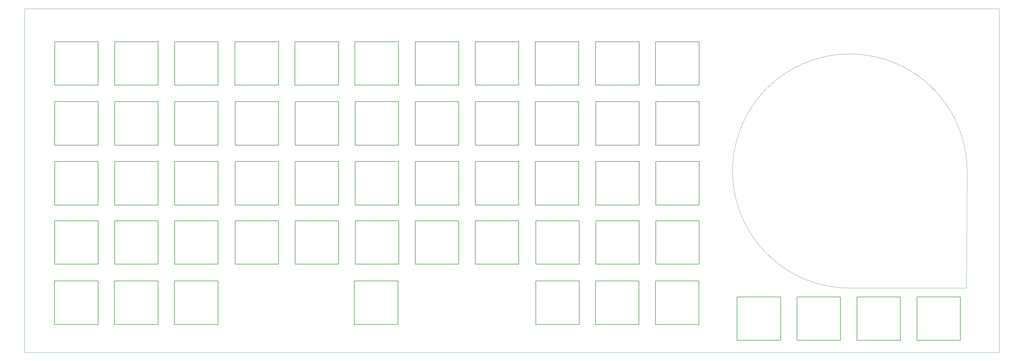
<source format=gbr>
G04 #@! TF.GenerationSoftware,KiCad,Pcbnew,(6.0.7)*
G04 #@! TF.CreationDate,2022-12-01T23:42:20-08:00*
G04 #@! TF.ProjectId,openot rev2,6f70656e-6f74-4207-9265-76322e6b6963,rev?*
G04 #@! TF.SameCoordinates,Original*
G04 #@! TF.FileFunction,Profile,NP*
%FSLAX46Y46*%
G04 Gerber Fmt 4.6, Leading zero omitted, Abs format (unit mm)*
G04 Created by KiCad (PCBNEW (6.0.7)) date 2022-12-01 23:42:20*
%MOMM*%
%LPD*%
G01*
G04 APERTURE LIST*
G04 #@! TA.AperFunction,Profile*
%ADD10C,0.050000*%
G04 #@! TD*
G04 #@! TA.AperFunction,Profile*
%ADD11C,0.100000*%
G04 #@! TD*
G04 #@! TA.AperFunction,Profile*
%ADD12C,0.150000*%
G04 #@! TD*
G04 APERTURE END LIST*
D10*
X364150000Y-167500000D02*
X326650000Y-167500000D01*
X364400000Y-129750000D02*
X364150000Y-167500000D01*
X364400000Y-129750000D02*
G75*
G03*
X326650000Y-167500000I-37750000J0D01*
G01*
D11*
X60995683Y-77385634D02*
X374787283Y-77385634D01*
X374787283Y-77385634D02*
X374787283Y-188180434D01*
X374787283Y-188180434D02*
X60995683Y-188180434D01*
X60995683Y-188180434D02*
X60995683Y-77385634D01*
D12*
X148053800Y-140693600D02*
X162053800Y-140693600D01*
X148053800Y-126693600D02*
X148053800Y-140693600D01*
X162053800Y-126693600D02*
X148053800Y-126693600D01*
X162053800Y-140693600D02*
X162053800Y-126693600D01*
X109288533Y-102022285D02*
X123288533Y-102022285D01*
X123288533Y-88022285D02*
X109288533Y-88022285D01*
X109288533Y-88022285D02*
X109288533Y-102022285D01*
X123288533Y-102022285D02*
X123288533Y-88022285D01*
X123268000Y-179200000D02*
X123268000Y-165200000D01*
X109268000Y-179200000D02*
X123268000Y-179200000D01*
X123268000Y-165200000D02*
X109268000Y-165200000D01*
X109268000Y-165200000D02*
X109268000Y-179200000D01*
X225396800Y-140693600D02*
X239396800Y-140693600D01*
X225396800Y-126693600D02*
X225396800Y-140693600D01*
X239396800Y-126693600D02*
X225396800Y-126693600D01*
X239396800Y-140693600D02*
X239396800Y-126693600D01*
X225574600Y-179200000D02*
X239574600Y-179200000D01*
X239574600Y-165200000D02*
X225574600Y-165200000D01*
X239574600Y-179200000D02*
X239574600Y-165200000D01*
X225574600Y-165200000D02*
X225574600Y-179200000D01*
X200793667Y-145756115D02*
X186793667Y-145756115D01*
X186793667Y-145756115D02*
X186793667Y-159756115D01*
X200793667Y-159756115D02*
X200793667Y-145756115D01*
X186793667Y-159756115D02*
X200793667Y-159756115D01*
X70710800Y-121389600D02*
X84710800Y-121389600D01*
X84710800Y-107389600D02*
X70710800Y-107389600D01*
X84710800Y-121389600D02*
X84710800Y-107389600D01*
X70710800Y-107389600D02*
X70710800Y-121389600D01*
X181357800Y-107389600D02*
X167357800Y-107389600D01*
X167357800Y-107389600D02*
X167357800Y-121389600D01*
X167357800Y-121389600D02*
X181357800Y-121389600D01*
X181357800Y-121389600D02*
X181357800Y-107389600D01*
X181180000Y-165200000D02*
X167180000Y-165200000D01*
X167180000Y-179200000D02*
X181180000Y-179200000D01*
X167180000Y-165200000D02*
X167180000Y-179200000D01*
X181180000Y-179200000D02*
X181180000Y-165200000D01*
X278081000Y-179200000D02*
X278081000Y-165200000D01*
X278081000Y-165200000D02*
X264081000Y-165200000D01*
X264081000Y-179200000D02*
X278081000Y-179200000D01*
X264081000Y-165200000D02*
X264081000Y-179200000D01*
X84680533Y-88022285D02*
X70680533Y-88022285D01*
X70680533Y-102022285D02*
X84680533Y-102022285D01*
X84680533Y-102022285D02*
X84680533Y-88022285D01*
X70680533Y-88022285D02*
X70680533Y-102022285D01*
X128749800Y-107389600D02*
X128749800Y-121389600D01*
X128749800Y-121389600D02*
X142749800Y-121389600D01*
X142749800Y-121389600D02*
X142749800Y-107389600D01*
X142749800Y-107389600D02*
X128749800Y-107389600D01*
X89964000Y-165200000D02*
X89964000Y-179200000D01*
X103964000Y-165200000D02*
X89964000Y-165200000D01*
X103964000Y-179200000D02*
X103964000Y-165200000D01*
X89964000Y-179200000D02*
X103964000Y-179200000D01*
X104014800Y-126693600D02*
X90014800Y-126693600D01*
X90014800Y-140693600D02*
X104014800Y-140693600D01*
X90014800Y-126693600D02*
X90014800Y-140693600D01*
X104014800Y-140693600D02*
X104014800Y-126693600D01*
X123318800Y-145794400D02*
X109318800Y-145794400D01*
X109318800Y-159794400D02*
X123318800Y-159794400D01*
X109318800Y-145794400D02*
X109318800Y-159794400D01*
X123318800Y-159794400D02*
X123318800Y-145794400D01*
X84710800Y-159794400D02*
X84710800Y-145794400D01*
X84710800Y-145794400D02*
X70710800Y-145794400D01*
X70710800Y-145794400D02*
X70710800Y-159794400D01*
X70710800Y-159794400D02*
X84710800Y-159794400D01*
X258827800Y-145794400D02*
X244827800Y-145794400D01*
X258827800Y-159794400D02*
X258827800Y-145794400D01*
X244827800Y-145794400D02*
X244827800Y-159794400D01*
X244827800Y-159794400D02*
X258827800Y-159794400D01*
X104014800Y-145794400D02*
X90014800Y-145794400D01*
X90014800Y-159794400D02*
X104014800Y-159794400D01*
X104014800Y-159794400D02*
X104014800Y-145794400D01*
X90014800Y-145794400D02*
X90014800Y-159794400D01*
X181489667Y-145756115D02*
X167489667Y-145756115D01*
X167489667Y-145756115D02*
X167489667Y-159756115D01*
X167489667Y-159756115D02*
X181489667Y-159756115D01*
X181489667Y-159756115D02*
X181489667Y-145756115D01*
X348205801Y-170330801D02*
X348205801Y-184330801D01*
X348205801Y-184330801D02*
X362205801Y-184330801D01*
X362205801Y-170330801D02*
X348205801Y-170330801D01*
X362205801Y-184330801D02*
X362205801Y-170330801D01*
X186758533Y-102022285D02*
X200758533Y-102022285D01*
X200758533Y-102022285D02*
X200758533Y-88022285D01*
X200758533Y-88022285D02*
X186758533Y-88022285D01*
X186758533Y-88022285D02*
X186758533Y-102022285D01*
X148023533Y-88022285D02*
X148023533Y-102022285D01*
X148023533Y-102022285D02*
X162023533Y-102022285D01*
X162023533Y-102022285D02*
X162023533Y-88022285D01*
X162023533Y-88022285D02*
X148023533Y-88022285D01*
X225396800Y-121389600D02*
X239396800Y-121389600D01*
X239396800Y-107389600D02*
X225396800Y-107389600D01*
X239396800Y-121389600D02*
X239396800Y-107389600D01*
X225396800Y-107389600D02*
X225396800Y-121389600D01*
X186788800Y-121389600D02*
X200788800Y-121389600D01*
X186788800Y-107389600D02*
X186788800Y-121389600D01*
X200788800Y-107389600D02*
X186788800Y-107389600D01*
X200788800Y-121389600D02*
X200788800Y-107389600D01*
X200788800Y-140693600D02*
X200788800Y-126693600D01*
X200788800Y-126693600D02*
X186788800Y-126693600D01*
X186788800Y-126693600D02*
X186788800Y-140693600D01*
X186788800Y-140693600D02*
X200788800Y-140693600D01*
X128719533Y-102022285D02*
X142719533Y-102022285D01*
X142719533Y-102022285D02*
X142719533Y-88022285D01*
X128719533Y-88022285D02*
X128719533Y-102022285D01*
X142719533Y-88022285D02*
X128719533Y-88022285D01*
X142749800Y-145794400D02*
X128749800Y-145794400D01*
X128749800Y-159794400D02*
X142749800Y-159794400D01*
X142749800Y-159794400D02*
X142749800Y-145794400D01*
X128749800Y-145794400D02*
X128749800Y-159794400D01*
X244827800Y-121389600D02*
X258827800Y-121389600D01*
X258827800Y-107389600D02*
X244827800Y-107389600D01*
X244827800Y-107389600D02*
X244827800Y-121389600D01*
X258827800Y-121389600D02*
X258827800Y-107389600D01*
X123318800Y-107389600D02*
X109318800Y-107389600D01*
X109318800Y-107389600D02*
X109318800Y-121389600D01*
X109318800Y-121389600D02*
X123318800Y-121389600D01*
X123318800Y-121389600D02*
X123318800Y-107389600D01*
X264131800Y-121389600D02*
X278131800Y-121389600D01*
X278131800Y-121389600D02*
X278131800Y-107389600D01*
X264131800Y-107389600D02*
X264131800Y-121389600D01*
X278131800Y-107389600D02*
X264131800Y-107389600D01*
X264101533Y-88022285D02*
X264101533Y-102022285D01*
X264101533Y-102022285D02*
X278101533Y-102022285D01*
X278101533Y-88022285D02*
X264101533Y-88022285D01*
X278101533Y-102022285D02*
X278101533Y-88022285D01*
X239366533Y-88022285D02*
X225366533Y-88022285D01*
X225366533Y-88022285D02*
X225366533Y-102022285D01*
X239366533Y-102022285D02*
X239366533Y-88022285D01*
X225366533Y-102022285D02*
X239366533Y-102022285D01*
X239528667Y-145756115D02*
X225528667Y-145756115D01*
X239528667Y-159756115D02*
X239528667Y-145756115D01*
X225528667Y-145756115D02*
X225528667Y-159756115D01*
X225528667Y-159756115D02*
X239528667Y-159756115D01*
X278131800Y-145794400D02*
X264131800Y-145794400D01*
X264131800Y-145794400D02*
X264131800Y-159794400D01*
X264131800Y-159794400D02*
X278131800Y-159794400D01*
X278131800Y-159794400D02*
X278131800Y-145794400D01*
X123318800Y-140693600D02*
X123318800Y-126693600D01*
X109318800Y-140693600D02*
X123318800Y-140693600D01*
X109318800Y-126693600D02*
X109318800Y-140693600D01*
X123318800Y-126693600D02*
X109318800Y-126693600D01*
X148053800Y-121389600D02*
X162053800Y-121389600D01*
X162053800Y-107389600D02*
X148053800Y-107389600D01*
X162053800Y-121389600D02*
X162053800Y-107389600D01*
X148053800Y-107389600D02*
X148053800Y-121389600D01*
X181327533Y-88022285D02*
X167327533Y-88022285D01*
X167327533Y-102022285D02*
X181327533Y-102022285D01*
X167327533Y-88022285D02*
X167327533Y-102022285D01*
X181327533Y-102022285D02*
X181327533Y-88022285D01*
X328901801Y-184330801D02*
X342901801Y-184330801D01*
X328901801Y-170330801D02*
X328901801Y-184330801D01*
X342901801Y-170330801D02*
X328901801Y-170330801D01*
X342901801Y-184330801D02*
X342901801Y-170330801D01*
X128749800Y-140693600D02*
X142749800Y-140693600D01*
X142749800Y-126693600D02*
X128749800Y-126693600D01*
X142749800Y-140693600D02*
X142749800Y-126693600D01*
X128749800Y-126693600D02*
X128749800Y-140693600D01*
X323597800Y-170330801D02*
X309597800Y-170330801D01*
X323597800Y-184330801D02*
X323597800Y-170330801D01*
X309597800Y-170330801D02*
X309597800Y-184330801D01*
X309597800Y-184330801D02*
X323597800Y-184330801D01*
X220097667Y-145756115D02*
X206097667Y-145756115D01*
X206097667Y-159756115D02*
X220097667Y-159756115D01*
X206097667Y-145756115D02*
X206097667Y-159756115D01*
X220097667Y-159756115D02*
X220097667Y-145756115D01*
X220062533Y-102022285D02*
X220062533Y-88022285D01*
X206062533Y-102022285D02*
X220062533Y-102022285D01*
X220062533Y-88022285D02*
X206062533Y-88022285D01*
X206062533Y-88022285D02*
X206062533Y-102022285D01*
X244777000Y-179200000D02*
X258777000Y-179200000D01*
X258777000Y-179200000D02*
X258777000Y-165200000D01*
X244777000Y-165200000D02*
X244777000Y-179200000D01*
X258777000Y-165200000D02*
X244777000Y-165200000D01*
X89984533Y-102022285D02*
X103984533Y-102022285D01*
X103984533Y-88022285D02*
X89984533Y-88022285D01*
X103984533Y-102022285D02*
X103984533Y-88022285D01*
X89984533Y-88022285D02*
X89984533Y-102022285D01*
X70660000Y-179200000D02*
X84660000Y-179200000D01*
X84660000Y-179200000D02*
X84660000Y-165200000D01*
X70660000Y-165200000D02*
X70660000Y-179200000D01*
X84660000Y-165200000D02*
X70660000Y-165200000D01*
X290370000Y-170330800D02*
X290370000Y-184330800D01*
X304370000Y-170330800D02*
X290370000Y-170330800D01*
X304370000Y-184330800D02*
X304370000Y-170330800D01*
X290370000Y-184330800D02*
X304370000Y-184330800D01*
X258827800Y-126693600D02*
X244827800Y-126693600D01*
X258827800Y-140693600D02*
X258827800Y-126693600D01*
X244827800Y-126693600D02*
X244827800Y-140693600D01*
X244827800Y-140693600D02*
X258827800Y-140693600D01*
X181357800Y-126693600D02*
X167357800Y-126693600D01*
X181357800Y-140693600D02*
X181357800Y-126693600D01*
X167357800Y-140693600D02*
X181357800Y-140693600D01*
X167357800Y-126693600D02*
X167357800Y-140693600D01*
X90014800Y-107389600D02*
X90014800Y-121389600D01*
X104014800Y-121389600D02*
X104014800Y-107389600D01*
X104014800Y-107389600D02*
X90014800Y-107389600D01*
X90014800Y-121389600D02*
X104014800Y-121389600D01*
X278131800Y-140693600D02*
X278131800Y-126693600D01*
X264131800Y-126693600D02*
X264131800Y-140693600D01*
X264131800Y-140693600D02*
X278131800Y-140693600D01*
X278131800Y-126693600D02*
X264131800Y-126693600D01*
X220092800Y-121389600D02*
X220092800Y-107389600D01*
X220092800Y-107389600D02*
X206092800Y-107389600D01*
X206092800Y-107389600D02*
X206092800Y-121389600D01*
X206092800Y-121389600D02*
X220092800Y-121389600D01*
X162053800Y-159794400D02*
X162053800Y-145794400D01*
X148053800Y-159794400D02*
X162053800Y-159794400D01*
X162053800Y-145794400D02*
X148053800Y-145794400D01*
X148053800Y-145794400D02*
X148053800Y-159794400D01*
X84710800Y-140693600D02*
X84710800Y-126693600D01*
X70710800Y-126693600D02*
X70710800Y-140693600D01*
X70710800Y-140693600D02*
X84710800Y-140693600D01*
X84710800Y-126693600D02*
X70710800Y-126693600D01*
X258797533Y-102022285D02*
X258797533Y-88022285D01*
X244797533Y-102022285D02*
X258797533Y-102022285D01*
X258797533Y-88022285D02*
X244797533Y-88022285D01*
X244797533Y-88022285D02*
X244797533Y-102022285D01*
X206092800Y-126693600D02*
X206092800Y-140693600D01*
X220092800Y-140693600D02*
X220092800Y-126693600D01*
X220092800Y-126693600D02*
X206092800Y-126693600D01*
X206092800Y-140693600D02*
X220092800Y-140693600D01*
M02*

</source>
